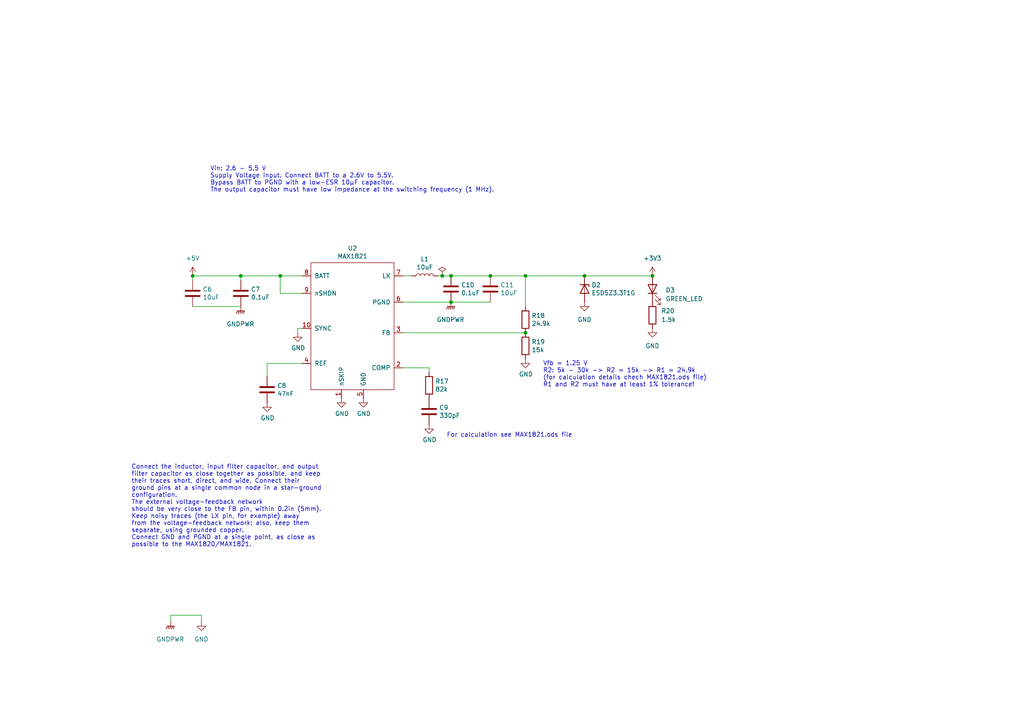
<source format=kicad_sch>
(kicad_sch (version 20211123) (generator eeschema)
  (paper "A4")
  (title_block (title "Power supply") (date "2022/01/07") (rev "v0.1") (company "Bzgec"))
  (lib_symbols
    (symbol "Device:C" (pin_numbers hide) (pin_names (offset 0.254))
      (property "Reference" "C" (at 0.635 2.54 0))
      (property "Value" "C" (at 0.635 -2.54 0))
      (symbol "C_0_1"
        (polyline (pts (xy -2.032 -0.762) (xy 2.032 -0.762)) (stroke (width 0.508)))
        (polyline (pts (xy -2.032 0.762) (xy 2.032 0.762)) (stroke (width 0.508)))
      )
      (symbol "C_1_1"
        (pin passive line (at 0 3.81 270) (length 2.794) (name "~") (number "1"))
        (pin passive line (at 0 -3.81 90) (length 2.794) (name "~") (number "2"))
      )
    )
    (symbol "Device:D_Zener" (pin_numbers hide) (pin_names (offset 1.016) hide)
      (property "Reference" "D" (at 0 2.54 0))
      (property "Value" "D_Zener" (at 0 -2.54 0))
      (symbol "D_Zener_0_1"
        (polyline (pts (xy 1.27 0) (xy -1.27 0)))
        (polyline (pts (xy -1.27 -1.27) (xy -1.27 1.27) (xy -0.762 1.27)) (stroke (width 0.254)))
        (polyline (pts (xy 1.27 -1.27) (xy 1.27 1.27) (xy -1.27 0) (xy 1.27 -1.27)) (stroke (width 0.254)))
      )
      (symbol "D_Zener_1_1"
        (pin passive line (at -3.81 0 0) (length 2.54) (name "K") (number "1"))
        (pin passive line (at 3.81 0 180) (length 2.54) (name "A") (number "2"))
      )
    )
    (symbol "Device:L" (pin_numbers hide) (pin_names (offset 1.016) hide)
      (property "Reference" "L" (at -1.27 0 90))
      (property "Value" "L" (at 1.905 0 90))
      (symbol "L_0_1"
        (arc (start 0 -2.54) (mid 0.635 -1.905) (end 0 -1.27))
        (arc (start 0 -1.27) (mid 0.635 -0.635) (end 0 0))
        (arc (start 0 0) (mid 0.635 0.635) (end 0 1.27))
        (arc (start 0 1.27) (mid 0.635 1.905) (end 0 2.54))
      )
      (symbol "L_1_1"
        (pin passive line (at 0 3.81 270) (length 1.27) (name "1") (number "1"))
        (pin passive line (at 0 -3.81 90) (length 1.27) (name "2") (number "2"))
      )
    )
    (symbol "Device:LED" (pin_numbers hide) (pin_names (offset 1.016) hide)
      (property "Reference" "D" (at 0 2.54 0))
      (property "Value" "LED" (at 0 -2.54 0))
      (symbol "LED_0_1"
        (polyline (pts (xy -1.27 -1.27) (xy -1.27 1.27)) (stroke (width 0.254)))
        (polyline (pts (xy -1.27 0) (xy 1.27 0)))
        (polyline (pts (xy 1.27 -1.27) (xy 1.27 1.27) (xy -1.27 0) (xy 1.27 -1.27)) (stroke (width 0.254)))
        (polyline (pts (xy -3.048 -0.762) (xy -4.572 -2.286) (xy -3.81 -2.286) (xy -4.572 -2.286) (xy -4.572 -1.524)))
        (polyline (pts (xy -1.778 -0.762) (xy -3.302 -2.286) (xy -2.54 -2.286) (xy -3.302 -2.286) (xy -3.302 -1.524)))
      )
      (symbol "LED_1_1"
        (pin passive line (at -3.81 0 0) (length 2.54) (name "K") (number "1"))
        (pin passive line (at 3.81 0 180) (length 2.54) (name "A") (number "2"))
      )
    )
    (symbol "Device:R" (pin_numbers hide) (pin_names (offset 0))
      (property "Reference" "R" (at 2.032 0 90))
      (property "Value" "R" (at 0 0 90))
      (symbol "R_0_1"
        (rectangle (start -1.016 -2.54) (end 1.016 2.54) (stroke (width 0.254)))
      )
      (symbol "R_1_1"
        (pin passive line (at 0 3.81 270) (length 1.27) (name "~") (number "1"))
        (pin passive line (at 0 -3.81 90) (length 1.27) (name "~") (number "2"))
      )
    )
    (symbol "myLib:MAX1821" (pin_names (offset 1.016))
      (property "Reference" "U" (at -5.08 24.13 0))
      (property "Value" "MAX1821" (at -13.97 24.13 0))
      (symbol "MAX1821_0_0"
        (pin input line (at -2.54 -27.94 90) (length 2.54) (name "nSKIP") (number "1"))
        (pin input line (at -13.97 -7.62 0) (length 2.54) (name "SYNC") (number "10"))
        (pin passive line (at 15.24 -19.05 180) (length 2.54) (name "COMP") (number "2"))
        (pin input line (at 15.24 -8.89 180) (length 2.54) (name "FB") (number "3"))
        (pin passive line (at -13.97 -17.78 0) (length 2.54) (name "REF") (number "4"))
        (pin input line (at 3.81 -27.94 90) (length 2.54) (name "GND") (number "5"))
        (pin power_in line (at 15.24 0 180) (length 2.54) (name "PGND") (number "6"))
        (pin power_out line (at 15.24 7.62 180) (length 2.54) (name "LX") (number "7"))
        (pin power_in line (at -13.97 7.62 0) (length 2.54) (name "BATT") (number "8"))
        (pin input line (at -13.97 2.54 0) (length 2.54) (name "nSHDN") (number "9"))
      )
      (symbol "MAX1821_0_1"
        (rectangle (start -11.43 11.43) (end 12.7 -25.4))
      )
    )
    (symbol "power:+3.3V" (power) (pin_names (offset 0))
      (property "Value" "+3.3V" (at 0 3.556 0))
      (symbol "+3.3V_0_1"
        (polyline (pts (xy -0.762 1.27) (xy 0 2.54)))
        (polyline (pts (xy 0 0) (xy 0 2.54)))
        (polyline (pts (xy 0 2.54) (xy 0.762 1.27)))
      )
      (symbol "+3.3V_1_1"
        (pin power_in line (at 0 0 90) (length 0) hide (name "+3V3") (number "1"))
      )
    )
    (symbol "power:+5V" (power) (pin_names (offset 0))
      (property "Value" "+5V" (at 0 3.556 0))
      (symbol "+5V_0_1"
        (polyline (pts (xy -0.762 1.27) (xy 0 2.54)))
        (polyline (pts (xy 0 0) (xy 0 2.54)))
        (polyline (pts (xy 0 2.54) (xy 0.762 1.27)))
      )
      (symbol "+5V_1_1"
        (pin power_in line (at 0 0 90) (length 0) hide (name "+5V") (number "1"))
      )
    )
    (symbol "power:GND" (power) (pin_names (offset 0))
      (property "Value" "GND" (at 0 -3.81 0))
      (symbol "GND_0_1"
        (polyline (pts (xy 0 0) (xy 0 -1.27) (xy 1.27 -1.27) (xy 0 -2.54) (xy -1.27 -1.27) (xy 0 -1.27)))
      )
      (symbol "GND_1_1"
        (pin power_in line (at 0 0 270) (length 0) hide (name "GND") (number "1"))
      )
    )
    (symbol "power:GNDPWR" (power) (pin_names (offset 0))
      (property "Value" "GNDPWR" (at 0 -3.302 0))
      (symbol "GNDPWR_0_1"
        (polyline (pts (xy 0 -1.27) (xy 0 0)))
        (polyline (pts (xy -1.016 -1.27) (xy -1.27 -2.032) (xy -1.27 -2.032)) (stroke (width 0.2032)))
        (polyline (pts (xy -0.508 -1.27) (xy -0.762 -2.032) (xy -0.762 -2.032)) (stroke (width 0.2032)))
        (polyline (pts (xy 0 -1.27) (xy -0.254 -2.032) (xy -0.254 -2.032)) (stroke (width 0.2032)))
        (polyline (pts (xy 0.508 -1.27) (xy 0.254 -2.032) (xy 0.254 -2.032)) (stroke (width 0.2032)))
        (polyline (pts (xy 1.016 -1.27) (xy -1.016 -1.27) (xy -1.016 -1.27)) (stroke (width 0.2032)))
        (polyline (pts (xy 1.016 -1.27) (xy 0.762 -2.032) (xy 0.762 -2.032) (xy 0.762 -2.032)) (stroke (width 0.2032)))
      )
      (symbol "GNDPWR_1_1"
        (pin power_in line (at 0 0 270) (length 0) hide (name "GNDPWR") (number "1"))
      )
    )
    (symbol "power:PWR_FLAG" (power) (pin_numbers hide) (pin_names (offset 0) hide)
      (property "Value" "PWR_FLAG" (at 0 3.81 0))
      (symbol "PWR_FLAG_0_0"
        (pin power_out line (at 0 0 90) (length 0) (name "pwr") (number "1"))
      )
      (symbol "PWR_FLAG_0_1"
        (polyline (pts (xy 0 0) (xy 0 1.27) (xy -1.016 1.905) (xy 0 2.54) (xy 1.016 1.905) (xy 0 1.27)))
      )
    )
  )
  (junction (at 69.85 80.01))
  (junction (at 142.24 80.01))
  (junction (at 55.88 80.01))
  (junction (at 130.81 87.63))
  (junction (at 152.4 96.52))
  (junction (at 169.545 80.01))
  (junction (at 128.27 80.01))
  (junction (at 81.28 80.01))
  (junction (at 189.23 80.01))
  (junction (at 130.81 80.01))
  (junction (at 152.4 80.01))
  (wire (pts (xy 152.4 80.01) (xy 152.4 88.9)))
  (wire (pts (xy 77.47 105.41) (xy 87.63 105.41)))
  (wire (pts (xy 87.63 85.09) (xy 81.28 85.09)))
  (wire (pts (xy 169.545 80.01) (xy 189.23 80.01)))
  (wire (pts (xy 49.53 180.34) (xy 49.53 178.435)))
  (wire (pts (xy 86.36 95.25) (xy 87.63 95.25)))
  (wire (pts (xy 87.63 80.01) (xy 81.28 80.01)))
  (wire (pts (xy 58.42 178.435) (xy 58.42 180.34)))
  (wire (pts (xy 86.36 96.52) (xy 86.36 95.25)))
  (wire (pts (xy 55.88 88.9) (xy 69.85 88.9)))
  (wire (pts (xy 128.27 80.01) (xy 130.81 80.01)))
  (wire (pts (xy 130.81 80.01) (xy 142.24 80.01)))
  (wire (pts (xy 81.28 85.09) (xy 81.28 80.01)))
  (wire (pts (xy 142.24 80.01) (xy 152.4 80.01)))
  (wire (pts (xy 69.85 80.01) (xy 69.85 81.28)))
  (wire (pts (xy 142.24 87.63) (xy 130.81 87.63)))
  (wire (pts (xy 124.46 106.68) (xy 124.46 107.95)))
  (wire (pts (xy 77.47 109.22) (xy 77.47 105.41)))
  (wire (pts (xy 152.4 80.01) (xy 169.545 80.01)))
  (wire (pts (xy 119.38 80.01) (xy 116.84 80.01)))
  (wire (pts (xy 49.53 178.435) (xy 58.42 178.435)))
  (wire (pts (xy 127 80.01) (xy 128.27 80.01)))
  (wire (pts (xy 116.84 96.52) (xy 152.4 96.52)))
  (wire (pts (xy 116.84 106.68) (xy 124.46 106.68)))
  (wire (pts (xy 81.28 80.01) (xy 69.85 80.01)))
  (wire (pts (xy 55.88 80.01) (xy 69.85 80.01)))
  (wire (pts (xy 55.88 80.01) (xy 55.88 81.28)))
  (wire (pts (xy 130.81 87.63) (xy 116.84 87.63)))
  (text "Vfb = 1.25 V\nR2: 5k - 30k -> R2 = 15k -> R1 = 24.9k\n(for calculation details chech MAX1821.ods file)\nR1 and R2 must have at least 1% tolerance!" (at 157.48 112.395 0) (effects (font (size 1.27 1.27)) (justify left bottom)))
  (text "For calculation see MAX1821.ods file" (at 129.54 127 0) (effects (font (size 1.27 1.27)) (justify left bottom)))
  (text "Connect the inductor, input filter capacitor, and output\nfilter capacitor as close together as possible, and keep\ntheir traces short, direct, and wide. Connect their\nground pins at a single common node in a star-ground\nconfiguration.\nThe external voltage-feedback network\nshould be very close to the FB pin, within 0.2in (5mm).\nKeep noisy traces (the LX pin, for example) away\nfrom the voltage-feedback network; also, keep them\nseparate, using grounded copper. \nConnect GND and PGND at a single point, as close as \npossible to the MAX1820/MAX1821." (at 38.1 158.75 0) (effects (font (size 1.27 1.27)) (justify left bottom)))
  (text "Vin: 2.6 - 5.5 V\nSupply Voltage Input. Connect BATT to a 2.6V to 5.5V.\nBypass BATT to PGND with a low-ESR 10μF capacitor.\nThe output capacitor must have low impedance at the switching frequency (1 MHz)." (at 60.96 55.88 0) (effects (font (size 1.27 1.27)) (justify left bottom)))
  (symbol (lib_id "Device:C") (at 55.88 85.09 0) (unit 1)
    (property "Reference" "C6" (at 58.801 83.9216 0) (effects (justify left)))
    (property "Value" "10uF" (at 58.801 86.233 0) (effects (justify left)))
    (property "Footprint" "Capacitor_SMD:C_0603_1608Metric_Pad1.08x0.95mm_HandSolder" (effects hide))
  )
  (symbol (lib_id "myLib:MAX1821") (at 101.6 87.63 0) (unit 1)
    (property "Reference" "U2" (at 102.235 72.009 0))
    (property "Value" "MAX1821" (at 102.235 74.3204 0))
    (property "Footprint" "myLib:MAX1821EUB+" (effects hide))
    (property "Datasheet" "https://datasheets.maximintegrated.com/en/ds/MAX1820-MAX1821X.pdf" (effects hide))
  )
  (symbol (lib_id "power:GND") (at 99.06 115.57 0) (unit 1)
    (property "Reference" "#PWR020" (effects hide))
    (property "Value" "GND" (at 99.187 119.9642 0))
  )
  (symbol (lib_id "power:GND") (at 105.41 115.57 0) (unit 1)
    (property "Reference" "#PWR021" (effects hide))
    (property "Value" "GND" (at 105.537 119.9642 0))
  )
  (symbol (lib_id "Device:C") (at 77.47 113.03 0) (unit 1)
    (property "Reference" "C8" (at 80.391 111.8616 0) (effects (justify left)))
    (property "Value" "47nF" (at 80.391 114.173 0) (effects (justify left)))
    (property "Footprint" "Capacitor_SMD:C_0603_1608Metric_Pad1.08x0.95mm_HandSolder" (effects hide))
  )
  (symbol (lib_id "Device:C") (at 124.46 119.38 0) (unit 1)
    (property "Reference" "C9" (at 127.381 118.2116 0) (effects (justify left)))
    (property "Value" "330pF" (at 127.381 120.523 0) (effects (justify left)))
    (property "Footprint" "Capacitor_SMD:C_0603_1608Metric_Pad1.08x0.95mm_HandSolder" (effects hide))
  )
  (symbol (lib_id "Device:R") (at 124.46 111.76 0) (unit 1)
    (property "Reference" "R17" (at 126.238 110.5916 0) (effects (justify left)))
    (property "Value" "82k" (at 126.238 112.903 0) (effects (justify left)))
    (property "Footprint" "Resistor_SMD:R_0603_1608Metric_Pad0.98x0.95mm_HandSolder" (effects hide))
  )
  (symbol (lib_id "power:GND") (at 77.47 116.84 0) (unit 1)
    (property "Reference" "#PWR018" (effects hide))
    (property "Value" "GND" (at 77.597 121.2342 0))
  )
  (symbol (lib_id "power:GND") (at 124.46 123.19 0) (unit 1)
    (property "Reference" "#PWR022" (effects hide))
    (property "Value" "GND" (at 124.587 127.5842 0))
  )
  (symbol (lib_id "Device:C") (at 69.85 85.09 0) (unit 1)
    (property "Reference" "C7" (at 72.771 83.9216 0) (effects (justify left)))
    (property "Value" "0.1uF" (at 72.771 86.233 0) (effects (justify left)))
    (property "Footprint" "Capacitor_SMD:C_0603_1608Metric_Pad1.08x0.95mm_HandSolder" (effects hide))
  )
  (symbol (lib_id "Device:L") (at 123.19 80.01 90) (unit 1)
    (property "Reference" "L1" (at 123.19 75.184 90))
    (property "Value" "10uF" (at 123.19 77.4954 90))
    (property "Footprint" "myLib:NR6028T100M" (effects hide))
  )
  (symbol (lib_id "Device:C") (at 130.81 83.82 0) (unit 1)
    (property "Reference" "C10" (at 133.731 82.6516 0) (effects (justify left)))
    (property "Value" "0.1uF" (at 133.731 84.963 0) (effects (justify left)))
    (property "Footprint" "Capacitor_SMD:C_0603_1608Metric_Pad1.08x0.95mm_HandSolder" (effects hide))
  )
  (symbol (lib_id "Device:R") (at 152.4 92.71 0) (unit 1)
    (property "Reference" "R18" (at 154.178 91.5416 0) (effects (justify left)))
    (property "Value" "24.9k" (at 154.178 93.853 0) (effects (justify left)))
    (property "Footprint" "Resistor_SMD:R_0603_1608Metric_Pad0.98x0.95mm_HandSolder" (effects hide))
  )
  (symbol (lib_id "Device:R") (at 152.4 100.33 0) (unit 1)
    (property "Reference" "R19" (at 154.178 99.1616 0) (effects (justify left)))
    (property "Value" "15k" (at 154.178 101.473 0) (effects (justify left)))
    (property "Footprint" "Resistor_SMD:R_0603_1608Metric_Pad0.98x0.95mm_HandSolder" (effects hide))
  )
  (symbol (lib_id "power:GND") (at 152.4 104.14 0) (unit 1)
    (property "Reference" "#PWR024" (effects hide))
    (property "Value" "GND" (at 152.527 108.5342 0))
  )
  (symbol (lib_id "power:GND") (at 86.36 96.52 0) (unit 1)
    (property "Reference" "#PWR019" (effects hide))
    (property "Value" "GND" (at 86.487 100.9142 0))
  )
  (symbol (lib_id "Device:C") (at 142.24 83.82 0) (unit 1)
    (property "Reference" "C11" (at 145.161 82.6516 0) (effects (justify left)))
    (property "Value" "10uF" (at 145.161 84.963 0) (effects (justify left)))
    (property "Footprint" "Capacitor_SMD:C_0603_1608Metric_Pad1.08x0.95mm_HandSolder" (effects hide))
  )
  (symbol (lib_id "power:PWR_FLAG") (at 128.27 80.01 0) (unit 1)
    (property "Reference" "#FLG0101" (effects hide))
    (property "Value" "PWR_FLAG" (effects hide))
  )
  (symbol (lib_id "power:+5V") (at 55.88 80.01 0) (unit 1)
    (property "Reference" "#PWR015" (effects hide))
    (property "Value" "+5V" (at 55.88 74.93 0))
  )
  (symbol (lib_id "Device:LED") (at 189.23 83.82 90) (unit 1)
    (property "Reference" "D3" (at 193.04 84.1374 90) (effects (justify right)))
    (property "Value" "GREEN_LED" (at 193.04 86.6774 90) (effects (justify right)))
    (property "Footprint" "Diode_SMD:D_0603_1608Metric_Pad1.05x0.95mm_HandSolder" (effects hide))
  )
  (symbol (lib_id "Device:D_Zener") (at 169.545 83.82 270) (unit 1)
    (property "Reference" "D2" (at 171.577 82.6516 90) (effects (justify left)))
    (property "Value" "ESD5Z3.3T1G" (at 171.577 84.963 90) (effects (justify left)))
    (property "Footprint" "Diode_SMD:D_SOD-523" (effects hide))
    (property "Datasheet" "https://www.onsemi.com/pdf/datasheet/esd5z2.5t1-d.pdf" (effects hide))
  )
  (symbol (lib_id "power:+3.3V") (at 189.23 80.01 0) (unit 1)
    (property "Reference" "#PWR026" (effects hide))
    (property "Value" "+3.3V" (at 189.23 74.93 0))
  )
  (symbol (lib_id "power:GNDPWR") (at 69.85 88.9 0) (unit 1)
    (property "Reference" "#PWR017" (effects hide))
    (property "Value" "GNDPWR" (at 69.723 93.98 0))
  )
  (symbol (lib_id "Device:R") (at 189.23 91.44 0) (unit 1)
    (property "Reference" "R20" (at 191.77 90.1699 0) (effects (justify left)))
    (property "Value" "1.5k" (at 191.77 92.7099 0) (effects (justify left)))
    (property "Footprint" "Resistor_SMD:R_0603_1608Metric_Pad0.98x0.95mm_HandSolder" (effects hide))
  )
  (symbol (lib_id "power:GND") (at 169.545 87.63 0) (unit 1)
    (property "Reference" "#PWR025" (effects hide))
    (property "Value" "GND" (at 169.545 92.71 0))
  )
  (symbol (lib_id "power:GND") (at 189.23 95.25 0) (unit 1)
    (property "Reference" "#PWR027" (effects hide))
    (property "Value" "GND" (at 189.23 100.33 0))
  )
  (symbol (lib_id "power:GNDPWR") (at 49.53 180.34 0) (unit 1)
    (property "Reference" "#PWR014" (effects hide))
    (property "Value" "GNDPWR" (at 49.403 185.42 0))
  )
  (symbol (lib_id "power:GND") (at 58.42 180.34 0) (unit 1)
    (property "Reference" "#PWR016" (effects hide))
    (property "Value" "GND" (at 58.42 185.42 0))
  )
  (symbol (lib_id "power:GNDPWR") (at 130.81 87.63 0) (unit 1)
    (property "Reference" "#PWR023" (effects hide))
    (property "Value" "GNDPWR" (at 130.683 92.71 0))
  )
)
</source>
